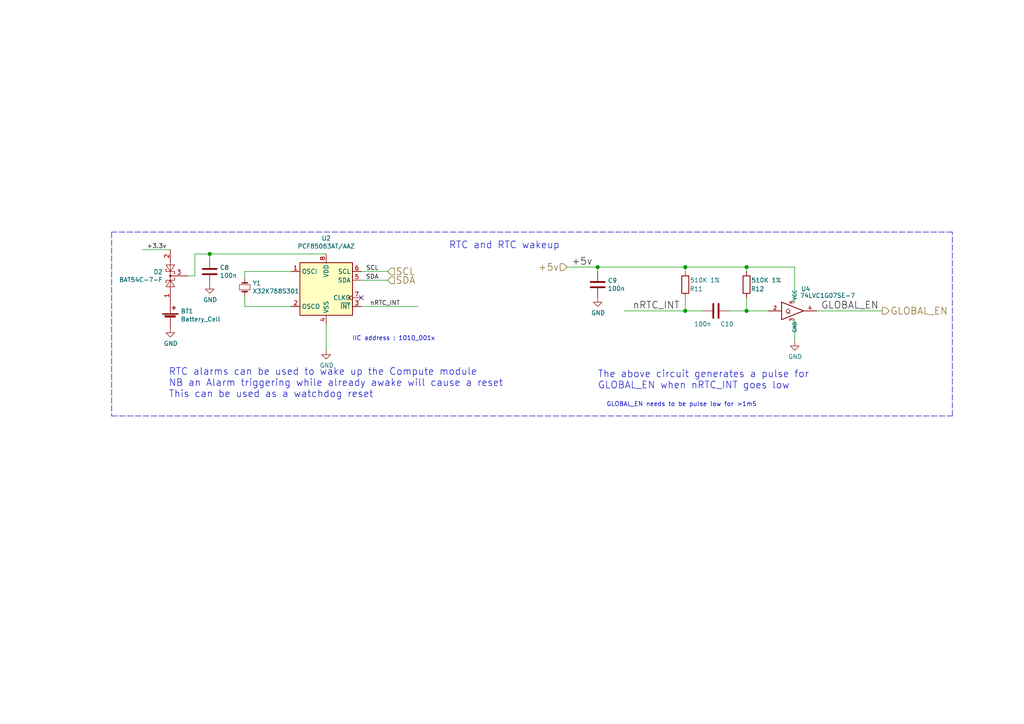
<source format=kicad_sch>
(kicad_sch (version 20230121) (generator eeschema)
  (paper "A4")
  (lib_symbols
    (symbol "CM4IO:74LVC1G07_copy"
      (property "Reference" "U" (at -2.54 3.81 0))
      (property "Value" "74LVC1G07_copy" (at 0 -3.81 0))
      (symbol "74LVC1G07_copy_0_1"
        (polyline (pts (xy -2.54 -0.635) (xy -1.27 -0.635)))
        (polyline (pts (xy -3.81 2.54) (xy -3.81 -2.54) (xy 2.54 0) (xy -3.81 2.54)) (stroke (width 0.254)))
        (polyline (pts (xy -1.905 0.635) (xy -2.54 0) (xy -1.905 -0.635) (xy -1.27 0) (xy -1.905 0.635)))
      )
      (symbol "74LVC1G07_copy_1_1"
        (pin input line (at -7.62 0 0) (length 3.81) (name "~") (number "2"))
        (pin power_in line (at 0 -2.54 270) (length 0) (name "GND") (number "3"))
        (pin open_collector line (at 6.35 0 180) (length 3.81) (name "~") (number "4"))
        (pin power_in line (at 0 2.54 90) (length 0) (name "VCC") (number "5"))
      )
    )
    (symbol "Device:Battery_Cell" (pin_numbers hide) (pin_names (offset 0) hide)
      (property "Reference" "BT" (at 2.54 2.54 0))
      (property "Value" "Battery_Cell" (at 2.54 0 0))
      (symbol "Battery_Cell_0_1"
        (rectangle (start -2.286 1.778) (end 2.286 1.524) (fill (type outline)))
        (rectangle (start -1.5748 1.1938) (end 1.4732 0.6858) (fill (type outline)))
        (polyline (pts (xy 0 0.762) (xy 0 0)))
        (polyline (pts (xy 0 1.778) (xy 0 2.54)))
        (polyline (pts (xy 0.508 3.429) (xy 1.524 3.429)) (stroke (width 0.254)))
        (polyline (pts (xy 1.016 3.937) (xy 1.016 2.921)) (stroke (width 0.254)))
      )
      (symbol "Battery_Cell_1_1"
        (pin passive line (at 0 5.08 270) (length 2.54) (name "+") (number "1"))
        (pin passive line (at 0 -2.54 90) (length 2.54) (name "-") (number "2"))
      )
    )
    (symbol "Device:C" (pin_numbers hide) (pin_names (offset 0.254))
      (property "Reference" "C" (at 0.635 2.54 0))
      (property "Value" "C" (at 0.635 -2.54 0))
      (symbol "C_0_1"
        (polyline (pts (xy -2.032 -0.762) (xy 2.032 -0.762)) (stroke (width 0.508)))
        (polyline (pts (xy -2.032 0.762) (xy 2.032 0.762)) (stroke (width 0.508)))
      )
      (symbol "C_1_1"
        (pin passive line (at 0 3.81 270) (length 2.794) (name "~") (number "1"))
        (pin passive line (at 0 -3.81 90) (length 2.794) (name "~") (number "2"))
      )
    )
    (symbol "Device:Crystal_Small" (pin_numbers hide) (pin_names hide)
      (property "Reference" "Y" (at 0 2.54 0))
      (property "Value" "Crystal_Small" (at 0 -2.54 0))
      (symbol "Crystal_Small_0_1"
        (rectangle (start -0.762 -1.524) (end 0.762 1.524))
        (polyline (pts (xy -1.27 -0.762) (xy -1.27 0.762)) (stroke (width 0.381)))
        (polyline (pts (xy 1.27 -0.762) (xy 1.27 0.762)) (stroke (width 0.381)))
      )
      (symbol "Crystal_Small_1_1"
        (pin passive line (at -2.54 0 0) (length 1.27) (name "1") (number "1"))
        (pin passive line (at 2.54 0 180) (length 1.27) (name "2") (number "2"))
      )
    )
    (symbol "Device:R" (pin_numbers hide) (pin_names (offset 0))
      (property "Reference" "R" (at 2.032 0 90))
      (property "Value" "R" (at 0 0 90))
      (symbol "R_0_1"
        (rectangle (start -1.016 -2.54) (end 1.016 2.54) (stroke (width 0.254)))
      )
      (symbol "R_1_1"
        (pin passive line (at 0 3.81 270) (length 1.27) (name "~") (number "1"))
        (pin passive line (at 0 -3.81 90) (length 1.27) (name "~") (number "2"))
      )
    )
    (symbol "Diode:BAT54C"
      (property "Reference" "D" (at 0.635 -3.81 0))
      (property "Value" "BAT54C" (at -6.35 3.175 0))
      (symbol "BAT54C_0_1"
        (polyline (pts (xy -1.905 0) (xy 1.905 0)))
        (polyline (pts (xy -1.905 1.27) (xy -1.905 1.016)))
        (polyline (pts (xy -1.27 -1.27) (xy -0.635 -1.27)))
        (polyline (pts (xy -1.27 0) (xy -3.81 0)))
        (polyline (pts (xy -1.27 1.27) (xy -1.905 1.27)))
        (polyline (pts (xy -1.27 1.27) (xy -1.27 -1.27)))
        (polyline (pts (xy -0.635 -1.27) (xy -0.635 -1.016)))
        (polyline (pts (xy 0.635 -1.27) (xy 0.635 -1.016)))
        (polyline (pts (xy 1.27 -1.27) (xy 0.635 -1.27)))
        (polyline (pts (xy 1.27 1.27) (xy 1.27 -1.27)))
        (polyline (pts (xy 1.27 1.27) (xy 1.905 1.27)))
        (polyline (pts (xy 1.905 1.27) (xy 1.905 1.016)))
        (polyline (pts (xy 3.81 0) (xy 1.27 0)))
        (polyline (pts (xy -3.175 -1.27) (xy -3.175 1.27) (xy -1.27 0) (xy -3.175 -1.27)))
        (polyline (pts (xy 3.175 -1.27) (xy 3.175 1.27) (xy 1.27 0) (xy 3.175 -1.27)))
        (circle (center 0 0) (radius 0.254) (fill (type outline)))
      )
      (symbol "BAT54C_1_1"
        (pin passive line (at -7.62 0 0) (length 3.81) (name "~") (number "1"))
        (pin passive line (at 7.62 0 180) (length 3.81) (name "~") (number "2"))
        (pin passive line (at 0 -5.08 90) (length 5.08) (name "~") (number "3"))
      )
    )
    (symbol "Timer_RTC:PCF8563T"
      (property "Reference" "U" (at -7.62 8.89 0))
      (property "Value" "PCF8563T" (at 2.54 8.89 0))
      (symbol "PCF8563T_0_1"
        (rectangle (start -7.62 7.62) (end 7.62 -7.62) (stroke (width 0.254)) (fill (type background)))
      )
      (symbol "PCF8563T_1_1"
        (pin input line (at -10.16 5.08 0) (length 2.54) (name "OSCI") (number "1"))
        (pin output line (at -10.16 -5.08 0) (length 2.54) (name "OSCO") (number "2"))
        (pin output line (at 10.16 -5.08 180) (length 2.54) (name "~{INT}") (number "3"))
        (pin power_in line (at 0 -10.16 90) (length 2.54) (name "VSS") (number "4"))
        (pin bidirectional line (at 10.16 2.54 180) (length 2.54) (name "SDA") (number "5"))
        (pin input line (at 10.16 5.08 180) (length 2.54) (name "SCL") (number "6"))
        (pin output clock (at 10.16 -2.54 180) (length 2.54) (name "CLKO") (number "7"))
        (pin power_in line (at 0 10.16 270) (length 2.54) (name "VDD") (number "8"))
      )
    )
    (symbol "power:GND" (power) (pin_names (offset 0))
      (property "Value" "GND" (at 0 -3.81 0))
      (symbol "GND_0_1"
        (polyline (pts (xy 0 0) (xy 0 -1.27) (xy 1.27 -1.27) (xy 0 -2.54) (xy -1.27 -1.27) (xy 0 -1.27)))
      )
      (symbol "GND_1_1"
        (pin power_in line (at 0 0 270) (length 0) hide (name "GND") (number "1"))
      )
    )
  )
  (junction (at 198.755 77.47) (diameter 1.016))
  (junction (at 216.535 77.47) (diameter 1.016))
  (junction (at 216.535 90.17) (diameter 1.016))
  (junction (at 173.355 77.47) (diameter 1.016))
  (junction (at 198.755 90.17) (diameter 1.016))
  (junction (at 60.833 73.66) (diameter 1.016))
  (no_connect (at 104.775 86.36))
  (polyline (pts (xy 276.225 120.65) (xy 276.225 67.31)) (stroke (width 0) (type dash)))
  (wire (pts (xy 173.355 78.74) (xy 173.355 77.47)))
  (polyline (pts (xy 32.385 67.31) (xy 32.385 120.65)) (stroke (width 0) (type dash)))
  (wire (pts (xy 54.483 80.01) (xy 56.515 80.01)))
  (wire (pts (xy 230.505 77.47) (xy 230.505 87.63)))
  (wire (pts (xy 164.465 77.47) (xy 173.355 77.47)))
  (wire (pts (xy 70.993 78.74) (xy 70.993 80.772)))
  (wire (pts (xy 216.535 90.17) (xy 222.885 90.17)))
  (wire (pts (xy 56.515 80.01) (xy 56.515 73.66)))
  (wire (pts (xy 180.975 90.17) (xy 198.755 90.17)))
  (wire (pts (xy 41.275 72.39) (xy 49.403 72.39)))
  (wire (pts (xy 60.833 73.66) (xy 94.615 73.66)))
  (polyline (pts (xy 32.385 120.65) (xy 276.225 120.65)) (stroke (width 0) (type dash)))
  (wire (pts (xy 104.775 88.9) (xy 121.285 88.9)))
  (wire (pts (xy 198.755 90.17) (xy 203.835 90.17)))
  (wire (pts (xy 94.615 93.98) (xy 94.615 101.6)))
  (wire (pts (xy 198.755 77.47) (xy 198.755 78.74)))
  (wire (pts (xy 84.455 88.9) (xy 70.993 88.9)))
  (wire (pts (xy 211.455 90.17) (xy 216.535 90.17)))
  (wire (pts (xy 230.505 92.71) (xy 230.505 99.06)))
  (polyline (pts (xy 276.225 67.31) (xy 32.385 67.31)) (stroke (width 0) (type dash)))
  (wire (pts (xy 216.535 77.47) (xy 216.535 78.74)))
  (wire (pts (xy 70.993 88.9) (xy 70.993 85.852)))
  (wire (pts (xy 70.993 78.74) (xy 84.455 78.74)))
  (wire (pts (xy 216.535 90.17) (xy 216.535 86.36)))
  (wire (pts (xy 56.515 73.66) (xy 60.833 73.66)))
  (wire (pts (xy 198.755 90.17) (xy 198.755 86.36)))
  (wire (pts (xy 198.755 77.47) (xy 216.535 77.47)))
  (wire (pts (xy 236.855 90.17) (xy 255.905 90.17)))
  (wire (pts (xy 216.535 77.47) (xy 230.505 77.47)))
  (wire (pts (xy 112.395 78.74) (xy 104.775 78.74)))
  (wire (pts (xy 173.355 77.47) (xy 198.755 77.47)))
  (wire (pts (xy 112.395 81.28) (xy 104.775 81.28)))
  (wire (pts (xy 60.833 73.66) (xy 60.833 74.9554)))
  (text "IIC address : 1010_001x" (at 102.1588 98.9838 0) (effects (font (size 1.27 1.27)) (justify left bottom)))
  (text "GLOBAL_EN needs to be pulse low for >1mS" (at 175.895 118.11 0) (effects (font (size 1.27 1.27)) (justify left bottom)))
  (text "The above circuit generates a pulse for\nGLOBAL_EN when nRTC_INT goes low" (at 173.355 113.03 0) (effects (font (size 2.0066 2.0066)) (justify left bottom)))
  (text "RTC alarms can be used to wake up the Compute module\nNB an Alarm triggering while already awake will cause a reset \nThis can be used as a watchdog reset " (at 48.895 115.57 0) (effects (font (size 2.0066 2.0066)) (justify left bottom)))
  (text "RTC and RTC wakeup" (at 130.175 72.39 0) (effects (font (size 2.0066 2.0066)) (justify left bottom)))
  (label "GLOBAL_EN" (at 238.125 90.17 0) (effects (font (size 2.0066 2.0066))))
  (label "+3.3v" (at 42.545 72.39 0))
  (label "SCL" (at 109.855 78.74 180))
  (label "nRTC_INT" (at 183.515 90.17 0) (effects (font (size 2.0066 2.0066))))
  (label "+5v" (at 165.735 77.47 0) (effects (font (size 2.0066 2.0066))))
  (label "SDA" (at 109.855 81.28 180))
  (label "nRTC_INT" (at 107.315 88.9 0))
  (hierarchical_label "SCL" (shape input) (at 112.395 78.74 0) (effects (font (size 2.0066 2.0066))))
  (hierarchical_label "+5v" (shape input) (at 164.465 77.47 180) (effects (font (size 2.0066 2.0066))))
  (hierarchical_label "GLOBAL_EN" (shape output) (at 255.905 90.17 0) (effects (font (size 2.0066 2.0066))))
  (hierarchical_label "SDA" (shape input) (at 112.395 81.28 0) (effects (font (size 2.0066 2.0066))))
  (symbol (lib_id "power:GND") (at 94.615 101.6 0) (unit 1)
    (property "Reference" "#PWR025" (effects hide))
    (property "Value" "GND" (at 94.742 105.9942 0))
    (instances (project "carrier_board_v1" (path "" (reference "#PWR025") (unit 1))) (project "CM4IOv5" (path "" (reference "#PWR028") (unit 1))))
  )
  (symbol (lib_id "Device:Battery_Cell") (at 49.403 92.71 0) (unit 1)
    (property "Reference" "BT1" (at 52.4002 90.2716 0) (effects (justify left)))
    (property "Value" "Battery_Cell" (at 52.4002 92.583 0) (effects (justify left)))
    (property "Footprint" "Battery:BatteryHolder_Keystone_3034_1x20mm" (effects hide))
    (property "Datasheet" "https://www.keyelco.com/userAssets/file/M65p9.pdf" (effects hide))
    (property "Field4" "Digikey" (effects hide))
    (property "Field5" "36-3034-ND" (effects hide))
    (property "Field6" "3034" (effects hide))
    (property "Field7" "Keystone" (effects hide))
    (property "Part Description" "	Battery Retainer Coin, 20.0mm 1 Cell SMD (SMT) Tab" (effects hide))
  )
  (symbol (lib_id "Device:C") (at 173.355 82.55 0) (unit 1)
    (property "Reference" "C9" (at 176.276 81.3816 0) (effects (justify left)))
    (property "Value" "100n" (at 176.276 83.693 0) (effects (justify left)))
    (property "Footprint" "Capacitor_SMD:C_0402_1005Metric" (effects hide))
    (property "Datasheet" "https://search.murata.co.jp/Ceramy/image/img/A01X/G101/ENG/GRM155R71C104KA88-01.pdf" (effects hide))
    (property "Field4" "Farnell" (effects hide))
    (property "Field5" "2611911" (effects hide))
    (property "Field6" "RM EMK105 B7104KV-F" (effects hide))
    (property "Field7" "TAIYO YUDEN EUROPE GMBH" (effects hide))
    (property "Part Description" "	0.1uF 10% 16V Ceramic Capacitor X7R 0402 (1005 Metric)" (effects hide))
    (property "Field8" "110091611" (effects hide))
    (instances (project "carrier_board_v1" (path "" (reference "C9") (unit 1))) (project "CM4IOv5" (path "" (reference "C22") (unit 1))))
  )
  (symbol (lib_id "CM4IO:74LVC1G07_copy") (at 230.505 90.17 0) (unit 1)
    (property "Reference" "U4" (at 233.68 83.82 0))
    (property "Value" "74LVC1G07SE-7" (at 240.03 85.725 0))
    (property "Footprint" "Package_TO_SOT_SMD:SOT-353_SC-70-5" (effects hide))
    (property "Datasheet" "https://www.diodes.com/assets/Datasheets/74LVC1G07.pdf" (effects hide))
    (property "Field4" "Farnell" (effects hide))
    (property "Field5" "2425492" (effects hide))
    (property "Field6" "74LVC1G07SE-7" (effects hide))
    (property "Field7" "Diodes" (effects hide))
    (property "Part Description" "Buffer, Non-Inverting 1 Element 1 Bit per Element Open Drain Output SOT-353" (effects hide))
    (instances (project "carrier_board_v1" (path "" (reference "U4") (unit 1))) (project "CM4IOv5" (path "" (reference "U14") (unit 1))))
  )
  (symbol (lib_id "Device:Crystal_Small") (at 70.993 83.312 90) (unit 1)
    (property "Reference" "Y1" (at 73.2282 82.169 90) (effects (justify right)))
    (property "Value" "X32K768S301" (at 73.2282 84.455 90) (effects (justify right)))
    (property "Footprint" "Crystal:Crystal_SMD_3215-2Pin_3.2x1.5mm" (effects hide))
    (property "Field6" "X32K768S301" (effects hide))
    (property "Field7" "AEL" (effects hide))
    (property "Part Description" "Crystal 32.768KHz 7pF 20pmm" (effects hide))
    (instances (project "carrier_board_v1" (path "" (reference "Y1") (unit 1))) (project "CM4IOv5" (path "" (reference "Y2") (unit 1))))
  )
  (symbol (lib_id "Diode:BAT54C") (at 49.403 80.01 90) (unit 1)
    (property "Reference" "D2" (at 47.1932 78.867 90) (effects (justify left)))
    (property "Value" "BAT54C-7-F" (at 47.1932 81.153 90) (effects (justify left)))
    (property "Footprint" "Package_TO_SOT_SMD:SOT-23" (effects hide))
    (property "Datasheet" "http://www.farnell.com/datasheets/2861240.pdf?_ga=2.129831176.54358802.1587372871-1787849031.1568210898&_gac=1.175311126.1587399424.EAIaIQobChMInOvF07P36AIVw7HtCh0NWwCeEAAYAyAAEgI0YfD_BwE" (effects hide))
    (property "Field4" "Farnell" (effects hide))
    (property "Field5" "2306010" (effects hide))
    (property "Field6" "BAT54C-7-F" (effects hide))
    (property "Field7" "Rohm" (effects hide))
    (property "Part Description" "Diode Array 1 Pair Common Cathode Schottky 30V 200mA (DC) Surface Mount TO-236-3, SC-59, SOT-23-3" (effects hide))
    (instances (project "carrier_board_v1" (path "" (reference "D2") (unit 1))) (project "CM4IOv5" (path "" (reference "D3") (unit 1))))
  )
  (symbol (lib_id "power:GND") (at 230.505 99.06 0) (unit 1)
    (property "Reference" "#PWR028" (effects hide))
    (property "Value" "GND" (at 230.632 103.4542 0))
    (instances (project "carrier_board_v1" (path "" (reference "#PWR028") (unit 1))) (project "CM4IOv5" (path "" (reference "#PWR034") (unit 1))))
  )
  (symbol (lib_id "Device:C") (at 60.833 78.7654 0) (unit 1)
    (property "Reference" "C8" (at 63.754 77.597 0) (effects (justify left)))
    (property "Value" "100n" (at 63.754 79.9084 0) (effects (justify left)))
    (property "Footprint" "Capacitor_SMD:C_0402_1005Metric" (effects hide))
    (property "Datasheet" "https://search.murata.co.jp/Ceramy/image/img/A01X/G101/ENG/GRM155R71C104KA88-01.pdf" (effects hide))
    (property "Field4" "Farnell" (effects hide))
    (property "Field5" "2611911" (effects hide))
    (property "Field6" "RM EMK105 B7104KV-F" (effects hide))
    (property "Field7" "TAIYO YUDEN EUROPE GMBH" (effects hide))
    (property "Part Description" "	0.1uF 10% 16V Ceramic Capacitor X7R 0402 (1005 Metric)" (effects hide))
    (property "Field8" "110091611" (effects hide))
    (instances (project "carrier_board_v1" (path "" (reference "C8") (unit 1))) (project "CM4IOv5" (path "" (reference "C46") (unit 1))))
  )
  (symbol (lib_id "Device:R") (at 198.755 82.55 180) (unit 1)
    (property "Reference" "R11" (at 201.93 83.82 0))
    (property "Value" "510K 1%" (at 204.47 81.28 0))
    (property "Footprint" "Resistor_SMD:R_0402_1005Metric" (effects hide))
    (property "Datasheet" "https://fscdn.rohm.com/en/products/databook/datasheet/passive/resistor/chip_resistor/mcr-e.pdf" (effects hide))
    (property "Field4" "Farnell" (effects hide))
    (property "Field5" "1458807" (effects hide))
    (property "Field7" "Rohm" (effects hide))
    (property "Field6" "MCR01MZPF5103" (effects hide))
    (property "Part Description" "Resistor 510K M1005 1% 63mW" (effects hide))
    (instances (project "carrier_board_v1" (path "" (reference "R11") (unit 1))) (project "CM4IOv5" (path "" (reference "R19") (unit 1))))
  )
  (symbol (lib_id "Timer_RTC:PCF8563T") (at 94.615 83.82 0) (unit 1)
    (property "Reference" "U2" (at 94.615 69.1134 0))
    (property "Value" "PCF85063AT/AAZ" (at 94.615 71.4248 0))
    (property "Footprint" "Package_SO:SOIC-8_3.9x4.9mm_P1.27mm" (effects hide))
    (property "Datasheet" "https://www.nxp.com/docs/en/data-sheet/PCF85063A.pdf" (effects hide))
    (property "Field4" "Farnell" (effects hide))
    (property "Field5" "2890042" (effects hide))
    (property "Field7" "NXP" (effects hide))
    (property "Field6" "PCF85063AT/AAZ" (effects hide))
    (property "Part Description" "Real Time Clock (RTC) IC Clock/Calendar I²C, 2-Wire Serial 8-SOIC (0.154\", 3.90mm Width)" (effects hide))
    (instances (project "carrier_board_v1" (path "" (reference "U2") (unit 1))) (project "CM4IOv5" (path "" (reference "U8") (unit 1))))
  )
  (symbol (lib_id "power:GND") (at 60.833 82.5754 0) (unit 1)
    (property "Reference" "#PWR024" (effects hide))
    (property "Value" "GND" (at 60.96 86.9696 0))
    (instances (project "carrier_board_v1" (path "" (reference "#PWR024") (unit 1))) (project "CM4IOv5" (path "" (reference "#PWR03") (unit 1))))
  )
  (symbol (lib_id "Device:C") (at 207.645 90.17 270) (unit 1)
    (property "Reference" "C10" (at 208.915 93.98 90) (effects (justify left)))
    (property "Value" "100n" (at 201.295 93.98 90) (effects (justify left)))
    (property "Footprint" "Capacitor_SMD:C_0402_1005Metric" (effects hide))
    (property "Datasheet" "https://search.murata.co.jp/Ceramy/image/img/A01X/G101/ENG/GRM155R71C104KA88-01.pdf" (effects hide))
    (property "Field4" "Farnell" (effects hide))
    (property "Field5" "2611911" (effects hide))
    (property "Field6" "RM EMK105 B7104KV-F" (effects hide))
    (property "Field7" "TAIYO YUDEN EUROPE GMBH" (effects hide))
    (property "Part Description" "	0.1uF 10% 16V Ceramic Capacitor X7R 0402 (1005 Metric)" (effects hide))
    (property "Field8" "110091611" (effects hide))
    (instances (project "carrier_board_v1" (path "" (reference "C10") (unit 1))) (project "CM4IOv5" (path "" (reference "C24") (unit 1))))
  )
  (symbol (lib_id "Device:R") (at 216.535 82.55 180) (unit 1)
    (property "Reference" "R12" (at 219.71 83.82 0))
    (property "Value" "510K 1%" (at 222.25 81.28 0))
    (property "Footprint" "Resistor_SMD:R_0402_1005Metric" (effects hide))
    (property "Datasheet" "https://fscdn.rohm.com/en/products/databook/datasheet/passive/resistor/chip_resistor/mcr-e.pdf" (effects hide))
    (property "Field4" "Farnell" (effects hide))
    (property "Field5" "1458807" (effects hide))
    (property "Field7" "Rohm" (effects hide))
    (property "Field6" "MCR01MZPF5103" (effects hide))
    (property "Part Description" "Resistor 510K M1005 1% 63mW" (effects hide))
    (instances (project "carrier_board_v1" (path "" (reference "R12") (unit 1))) (project "CM4IOv5" (path "" (reference "R20") (unit 1))))
  )
  (symbol (lib_id "power:GND") (at 49.403 95.25 0) (unit 1)
    (property "Reference" "#PWR023" (effects hide))
    (property "Value" "GND" (at 49.53 99.6442 0))
    (instances (project "carrier_board_v1" (path "" (reference "#PWR023") (unit 1))) (project "CM4IOv5" (path "" (reference "#PWR030") (unit 1))))
  )
  (symbol (lib_id "power:GND") (at 173.355 86.36 0) (unit 1)
    (property "Reference" "#PWR027" (effects hide))
    (property "Value" "GND" (at 173.482 90.7542 0))
    (instances (project "carrier_board_v1" (path "" (reference "#PWR027") (unit 1))) (project "CM4IOv5" (path "" (reference "#PWR031") (unit 1))))
  )
)
</source>
